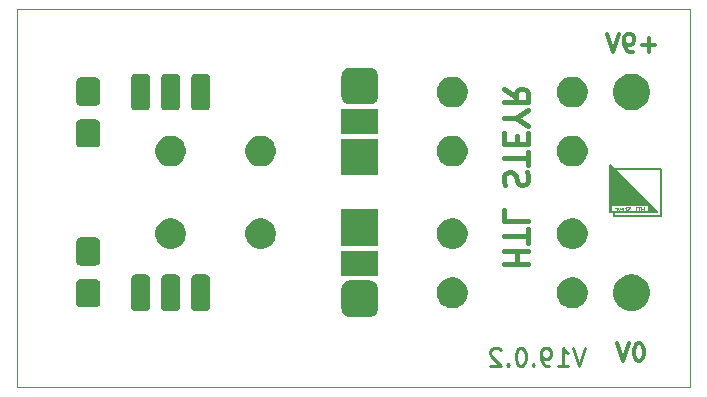
<source format=gbr>
G04 #@! TF.GenerationSoftware,KiCad,Pcbnew,5.1.5-52549c5~84~ubuntu18.04.1*
G04 #@! TF.CreationDate,2020-06-19T14:53:48+02:00*
G04 #@! TF.ProjectId,astabile-kippstufe,61737461-6269-46c6-952d-6b6970707374,V19.0.1*
G04 #@! TF.SameCoordinates,PX754d4c0PY5f5e100*
G04 #@! TF.FileFunction,Soldermask,Bot*
G04 #@! TF.FilePolarity,Negative*
%FSLAX46Y46*%
G04 Gerber Fmt 4.6, Leading zero omitted, Abs format (unit mm)*
G04 Created by KiCad (PCBNEW 5.1.5-52549c5~84~ubuntu18.04.1) date 2020-06-19 14:53:48*
%MOMM*%
%LPD*%
G04 APERTURE LIST*
%ADD10C,0.250000*%
%ADD11C,0.300000*%
%ADD12C,0.400000*%
%ADD13C,0.050000*%
%ADD14C,0.075000*%
%ADD15C,0.150000*%
%ADD16C,0.100000*%
G04 APERTURE END LIST*
D10*
X48071428Y3321429D02*
X47571428Y1821429D01*
X47071428Y3321429D01*
X45785714Y1821429D02*
X46642857Y1821429D01*
X46214285Y1821429D02*
X46214285Y3321429D01*
X46357142Y3107143D01*
X46500000Y2964286D01*
X46642857Y2892858D01*
X45071428Y1821429D02*
X44785714Y1821429D01*
X44642857Y1892858D01*
X44571428Y1964286D01*
X44428571Y2178572D01*
X44357142Y2464286D01*
X44357142Y3035715D01*
X44428571Y3178572D01*
X44500000Y3250000D01*
X44642857Y3321429D01*
X44928571Y3321429D01*
X45071428Y3250000D01*
X45142857Y3178572D01*
X45214285Y3035715D01*
X45214285Y2678572D01*
X45142857Y2535715D01*
X45071428Y2464286D01*
X44928571Y2392858D01*
X44642857Y2392858D01*
X44500000Y2464286D01*
X44428571Y2535715D01*
X44357142Y2678572D01*
X43714285Y1964286D02*
X43642857Y1892858D01*
X43714285Y1821429D01*
X43785714Y1892858D01*
X43714285Y1964286D01*
X43714285Y1821429D01*
X42714285Y3321429D02*
X42571428Y3321429D01*
X42428571Y3250000D01*
X42357142Y3178572D01*
X42285714Y3035715D01*
X42214285Y2750000D01*
X42214285Y2392858D01*
X42285714Y2107143D01*
X42357142Y1964286D01*
X42428571Y1892858D01*
X42571428Y1821429D01*
X42714285Y1821429D01*
X42857142Y1892858D01*
X42928571Y1964286D01*
X43000000Y2107143D01*
X43071428Y2392858D01*
X43071428Y2750000D01*
X43000000Y3035715D01*
X42928571Y3178572D01*
X42857142Y3250000D01*
X42714285Y3321429D01*
X41571428Y1964286D02*
X41500000Y1892858D01*
X41571428Y1821429D01*
X41642857Y1892858D01*
X41571428Y1964286D01*
X41571428Y1821429D01*
X40928571Y3178572D02*
X40857142Y3250000D01*
X40714285Y3321429D01*
X40357142Y3321429D01*
X40214285Y3250000D01*
X40142857Y3178572D01*
X40071428Y3035715D01*
X40071428Y2892858D01*
X40142857Y2678572D01*
X41000000Y1821429D01*
X40071428Y1821429D01*
D11*
X54028571Y28992858D02*
X52885714Y28992858D01*
X53457142Y28421429D02*
X53457142Y29564286D01*
X52100000Y28421429D02*
X51814285Y28421429D01*
X51671428Y28492858D01*
X51600000Y28564286D01*
X51457142Y28778572D01*
X51385714Y29064286D01*
X51385714Y29635715D01*
X51457142Y29778572D01*
X51528571Y29850000D01*
X51671428Y29921429D01*
X51957142Y29921429D01*
X52100000Y29850000D01*
X52171428Y29778572D01*
X52242857Y29635715D01*
X52242857Y29278572D01*
X52171428Y29135715D01*
X52100000Y29064286D01*
X51957142Y28992858D01*
X51671428Y28992858D01*
X51528571Y29064286D01*
X51457142Y29135715D01*
X51385714Y29278572D01*
X50957142Y29921429D02*
X50457142Y28421429D01*
X49957142Y29921429D01*
X52714285Y3721429D02*
X52571428Y3721429D01*
X52428571Y3650000D01*
X52357142Y3578572D01*
X52285714Y3435715D01*
X52214285Y3150000D01*
X52214285Y2792858D01*
X52285714Y2507143D01*
X52357142Y2364286D01*
X52428571Y2292858D01*
X52571428Y2221429D01*
X52714285Y2221429D01*
X52857142Y2292858D01*
X52928571Y2364286D01*
X53000000Y2507143D01*
X53071428Y2792858D01*
X53071428Y3150000D01*
X53000000Y3435715D01*
X52928571Y3578572D01*
X52857142Y3650000D01*
X52714285Y3721429D01*
X51785714Y3721429D02*
X51285714Y2221429D01*
X50785714Y3721429D01*
D12*
X41245238Y10419048D02*
X43245238Y10419048D01*
X42292857Y10419048D02*
X42292857Y11561905D01*
X41245238Y11561905D02*
X43245238Y11561905D01*
X43245238Y12228572D02*
X43245238Y13371429D01*
X41245238Y12800000D02*
X43245238Y12800000D01*
X41245238Y14990477D02*
X41245238Y14038096D01*
X43245238Y14038096D01*
X41340476Y17085715D02*
X41245238Y17371429D01*
X41245238Y17847620D01*
X41340476Y18038096D01*
X41435714Y18133334D01*
X41626190Y18228572D01*
X41816666Y18228572D01*
X42007142Y18133334D01*
X42102380Y18038096D01*
X42197619Y17847620D01*
X42292857Y17466667D01*
X42388095Y17276191D01*
X42483333Y17180953D01*
X42673809Y17085715D01*
X42864285Y17085715D01*
X43054761Y17180953D01*
X43150000Y17276191D01*
X43245238Y17466667D01*
X43245238Y17942858D01*
X43150000Y18228572D01*
X43245238Y18800000D02*
X43245238Y19942858D01*
X41245238Y19371429D02*
X43245238Y19371429D01*
X42292857Y20609524D02*
X42292857Y21276191D01*
X41245238Y21561905D02*
X41245238Y20609524D01*
X43245238Y20609524D01*
X43245238Y21561905D01*
X42197619Y22800000D02*
X41245238Y22800000D01*
X43245238Y22133334D02*
X42197619Y22800000D01*
X43245238Y23466667D01*
X41245238Y25276191D02*
X42197619Y24609524D01*
X41245238Y24133334D02*
X43245238Y24133334D01*
X43245238Y24895239D01*
X43150000Y25085715D01*
X43054761Y25180953D01*
X42864285Y25276191D01*
X42578571Y25276191D01*
X42388095Y25180953D01*
X42292857Y25085715D01*
X42197619Y24895239D01*
X42197619Y24133334D01*
D13*
X0Y0D02*
X0Y32000000D01*
X57000000Y0D02*
X0Y0D01*
X57000000Y8000000D02*
X57000000Y0D01*
X57000000Y8000000D02*
X57000000Y25000000D01*
X57000000Y32000000D02*
X0Y32000000D01*
X57000000Y25000000D02*
X57000000Y32000000D01*
D14*
X53031666Y14944667D02*
X53031666Y15294667D01*
X53031666Y15128000D02*
X52831666Y15128000D01*
X52831666Y14944667D02*
X52831666Y15294667D01*
X52715000Y15294667D02*
X52515000Y15294667D01*
X52615000Y14944667D02*
X52615000Y15294667D01*
X52231666Y14944667D02*
X52398333Y14944667D01*
X52398333Y15294667D01*
X51865000Y14961334D02*
X51815000Y14944667D01*
X51731666Y14944667D01*
X51698333Y14961334D01*
X51681666Y14978000D01*
X51665000Y15011334D01*
X51665000Y15044667D01*
X51681666Y15078000D01*
X51698333Y15094667D01*
X51731666Y15111334D01*
X51798333Y15128000D01*
X51831666Y15144667D01*
X51848333Y15161334D01*
X51865000Y15194667D01*
X51865000Y15228000D01*
X51848333Y15261334D01*
X51831666Y15278000D01*
X51798333Y15294667D01*
X51715000Y15294667D01*
X51665000Y15278000D01*
X51565000Y15178000D02*
X51431666Y15178000D01*
X51515000Y15294667D02*
X51515000Y14994667D01*
X51498333Y14961334D01*
X51465000Y14944667D01*
X51431666Y14944667D01*
X51181666Y14961334D02*
X51215000Y14944667D01*
X51281666Y14944667D01*
X51315000Y14961334D01*
X51331666Y14994667D01*
X51331666Y15128000D01*
X51315000Y15161334D01*
X51281666Y15178000D01*
X51215000Y15178000D01*
X51181666Y15161334D01*
X51165000Y15128000D01*
X51165000Y15094667D01*
X51331666Y15061334D01*
X51048333Y15178000D02*
X50965000Y14944667D01*
X50881666Y15178000D02*
X50965000Y14944667D01*
X50998333Y14861334D01*
X51015000Y14844667D01*
X51048333Y14828000D01*
X50748333Y14944667D02*
X50748333Y15178000D01*
X50748333Y15111334D02*
X50731666Y15144667D01*
X50715000Y15161334D01*
X50681666Y15178000D01*
X50648333Y15178000D01*
D15*
X50500000Y14500000D02*
X50500000Y14800000D01*
D14*
X53031666Y14944667D02*
X53031666Y15294667D01*
X53031666Y15128000D02*
X52831666Y15128000D01*
X52831666Y14944667D02*
X52831666Y15294667D01*
X52715000Y15294667D02*
X52515000Y15294667D01*
X52615000Y14944667D02*
X52615000Y15294667D01*
X52231666Y14944667D02*
X52398333Y14944667D01*
X52398333Y15294667D01*
X51865000Y14961334D02*
X51815000Y14944667D01*
X51731666Y14944667D01*
X51698333Y14961334D01*
X51681666Y14978000D01*
X51665000Y15011334D01*
X51665000Y15044667D01*
X51681666Y15078000D01*
X51698333Y15094667D01*
X51731666Y15111334D01*
X51798333Y15128000D01*
X51831666Y15144667D01*
X51848333Y15161334D01*
X51865000Y15194667D01*
X51865000Y15228000D01*
X51848333Y15261334D01*
X51831666Y15278000D01*
X51798333Y15294667D01*
X51715000Y15294667D01*
X51665000Y15278000D01*
X51565000Y15178000D02*
X51431666Y15178000D01*
X51515000Y15294667D02*
X51515000Y14994667D01*
X51498333Y14961334D01*
X51465000Y14944667D01*
X51431666Y14944667D01*
X51181666Y14961334D02*
X51215000Y14944667D01*
X51281666Y14944667D01*
X51315000Y14961334D01*
X51331666Y14994667D01*
X51331666Y15128000D01*
X51315000Y15161334D01*
X51281666Y15178000D01*
X51215000Y15178000D01*
X51181666Y15161334D01*
X51165000Y15128000D01*
X51165000Y15094667D01*
X51331666Y15061334D01*
X51048333Y15178000D02*
X50965000Y14944667D01*
X50881666Y15178000D02*
X50965000Y14944667D01*
X50998333Y14861334D01*
X51015000Y14844667D01*
X51048333Y14828000D01*
X50748333Y14944667D02*
X50748333Y15178000D01*
X50748333Y15111334D02*
X50731666Y15144667D01*
X50715000Y15161334D01*
X50681666Y15178000D01*
X50648333Y15178000D01*
X53031666Y14944667D02*
X53031666Y15294667D01*
X53031666Y15128000D02*
X52831666Y15128000D01*
X52831666Y14944667D02*
X52831666Y15294667D01*
X52715000Y15294667D02*
X52515000Y15294667D01*
X52615000Y14944667D02*
X52615000Y15294667D01*
X52231666Y14944667D02*
X52398333Y14944667D01*
X52398333Y15294667D01*
X51865000Y14961334D02*
X51815000Y14944667D01*
X51731666Y14944667D01*
X51698333Y14961334D01*
X51681666Y14978000D01*
X51665000Y15011334D01*
X51665000Y15044667D01*
X51681666Y15078000D01*
X51698333Y15094667D01*
X51731666Y15111334D01*
X51798333Y15128000D01*
X51831666Y15144667D01*
X51848333Y15161334D01*
X51865000Y15194667D01*
X51865000Y15228000D01*
X51848333Y15261334D01*
X51831666Y15278000D01*
X51798333Y15294667D01*
X51715000Y15294667D01*
X51665000Y15278000D01*
X51565000Y15178000D02*
X51431666Y15178000D01*
X51515000Y15294667D02*
X51515000Y14994667D01*
X51498333Y14961334D01*
X51465000Y14944667D01*
X51431666Y14944667D01*
X51181666Y14961334D02*
X51215000Y14944667D01*
X51281666Y14944667D01*
X51315000Y14961334D01*
X51331666Y14994667D01*
X51331666Y15128000D01*
X51315000Y15161334D01*
X51281666Y15178000D01*
X51215000Y15178000D01*
X51181666Y15161334D01*
X51165000Y15128000D01*
X51165000Y15094667D01*
X51331666Y15061334D01*
X51048333Y15178000D02*
X50965000Y14944667D01*
X50881666Y15178000D02*
X50965000Y14944667D01*
X50998333Y14861334D01*
X51015000Y14844667D01*
X51048333Y14828000D01*
X50748333Y14944667D02*
X50748333Y15178000D01*
X50748333Y15111334D02*
X50731666Y15144667D01*
X50715000Y15161334D01*
X50681666Y15178000D01*
X50648333Y15178000D01*
D15*
X50500000Y18500000D02*
X54500000Y18500000D01*
D14*
X53031666Y14944667D02*
X53031666Y15294667D01*
X53031666Y15128000D02*
X52831666Y15128000D01*
X52831666Y14944667D02*
X52831666Y15294667D01*
X52715000Y15294667D02*
X52515000Y15294667D01*
X52615000Y14944667D02*
X52615000Y15294667D01*
X52231666Y14944667D02*
X52398333Y14944667D01*
X52398333Y15294667D01*
X51865000Y14961334D02*
X51815000Y14944667D01*
X51731666Y14944667D01*
X51698333Y14961334D01*
X51681666Y14978000D01*
X51665000Y15011334D01*
X51665000Y15044667D01*
X51681666Y15078000D01*
X51698333Y15094667D01*
X51731666Y15111334D01*
X51798333Y15128000D01*
X51831666Y15144667D01*
X51848333Y15161334D01*
X51865000Y15194667D01*
X51865000Y15228000D01*
X51848333Y15261334D01*
X51831666Y15278000D01*
X51798333Y15294667D01*
X51715000Y15294667D01*
X51665000Y15278000D01*
X51565000Y15178000D02*
X51431666Y15178000D01*
X51515000Y15294667D02*
X51515000Y14994667D01*
X51498333Y14961334D01*
X51465000Y14944667D01*
X51431666Y14944667D01*
X51181666Y14961334D02*
X51215000Y14944667D01*
X51281666Y14944667D01*
X51315000Y14961334D01*
X51331666Y14994667D01*
X51331666Y15128000D01*
X51315000Y15161334D01*
X51281666Y15178000D01*
X51215000Y15178000D01*
X51181666Y15161334D01*
X51165000Y15128000D01*
X51165000Y15094667D01*
X51331666Y15061334D01*
X51048333Y15178000D02*
X50965000Y14944667D01*
X50881666Y15178000D02*
X50965000Y14944667D01*
X50998333Y14861334D01*
X51015000Y14844667D01*
X51048333Y14828000D01*
X50748333Y14944667D02*
X50748333Y15178000D01*
X50748333Y15111334D02*
X50731666Y15144667D01*
X50715000Y15161334D01*
X50681666Y15178000D01*
X50648333Y15178000D01*
D15*
X54500000Y18500000D02*
X54500000Y14500000D01*
D14*
X53031666Y14944667D02*
X53031666Y15294667D01*
X53031666Y15128000D02*
X52831666Y15128000D01*
X52831666Y14944667D02*
X52831666Y15294667D01*
X52715000Y15294667D02*
X52515000Y15294667D01*
X52615000Y14944667D02*
X52615000Y15294667D01*
X52231666Y14944667D02*
X52398333Y14944667D01*
X52398333Y15294667D01*
X51865000Y14961334D02*
X51815000Y14944667D01*
X51731666Y14944667D01*
X51698333Y14961334D01*
X51681666Y14978000D01*
X51665000Y15011334D01*
X51665000Y15044667D01*
X51681666Y15078000D01*
X51698333Y15094667D01*
X51731666Y15111334D01*
X51798333Y15128000D01*
X51831666Y15144667D01*
X51848333Y15161334D01*
X51865000Y15194667D01*
X51865000Y15228000D01*
X51848333Y15261334D01*
X51831666Y15278000D01*
X51798333Y15294667D01*
X51715000Y15294667D01*
X51665000Y15278000D01*
X51565000Y15178000D02*
X51431666Y15178000D01*
X51515000Y15294667D02*
X51515000Y14994667D01*
X51498333Y14961334D01*
X51465000Y14944667D01*
X51431666Y14944667D01*
X51181666Y14961334D02*
X51215000Y14944667D01*
X51281666Y14944667D01*
X51315000Y14961334D01*
X51331666Y14994667D01*
X51331666Y15128000D01*
X51315000Y15161334D01*
X51281666Y15178000D01*
X51215000Y15178000D01*
X51181666Y15161334D01*
X51165000Y15128000D01*
X51165000Y15094667D01*
X51331666Y15061334D01*
X51048333Y15178000D02*
X50965000Y14944667D01*
X50881666Y15178000D02*
X50965000Y14944667D01*
X50998333Y14861334D01*
X51015000Y14844667D01*
X51048333Y14828000D01*
X50748333Y14944667D02*
X50748333Y15178000D01*
X50748333Y15111334D02*
X50731666Y15144667D01*
X50715000Y15161334D01*
X50681666Y15178000D01*
X50648333Y15178000D01*
D15*
X54500000Y14500000D02*
X50500000Y14500000D01*
D14*
X53031666Y14944667D02*
X53031666Y15294667D01*
X53031666Y15128000D02*
X52831666Y15128000D01*
X52831666Y14944667D02*
X52831666Y15294667D01*
X52715000Y15294667D02*
X52515000Y15294667D01*
X52615000Y14944667D02*
X52615000Y15294667D01*
X52231666Y14944667D02*
X52398333Y14944667D01*
X52398333Y15294667D01*
X51865000Y14961334D02*
X51815000Y14944667D01*
X51731666Y14944667D01*
X51698333Y14961334D01*
X51681666Y14978000D01*
X51665000Y15011334D01*
X51665000Y15044667D01*
X51681666Y15078000D01*
X51698333Y15094667D01*
X51731666Y15111334D01*
X51798333Y15128000D01*
X51831666Y15144667D01*
X51848333Y15161334D01*
X51865000Y15194667D01*
X51865000Y15228000D01*
X51848333Y15261334D01*
X51831666Y15278000D01*
X51798333Y15294667D01*
X51715000Y15294667D01*
X51665000Y15278000D01*
X51565000Y15178000D02*
X51431666Y15178000D01*
X51515000Y15294667D02*
X51515000Y14994667D01*
X51498333Y14961334D01*
X51465000Y14944667D01*
X51431666Y14944667D01*
X51181666Y14961334D02*
X51215000Y14944667D01*
X51281666Y14944667D01*
X51315000Y14961334D01*
X51331666Y14994667D01*
X51331666Y15128000D01*
X51315000Y15161334D01*
X51281666Y15178000D01*
X51215000Y15178000D01*
X51181666Y15161334D01*
X51165000Y15128000D01*
X51165000Y15094667D01*
X51331666Y15061334D01*
X51048333Y15178000D02*
X50965000Y14944667D01*
X50881666Y15178000D02*
X50965000Y14944667D01*
X50998333Y14861334D01*
X51015000Y14844667D01*
X51048333Y14828000D01*
X50748333Y14944667D02*
X50748333Y15178000D01*
X50748333Y15111334D02*
X50731666Y15144667D01*
X50715000Y15161334D01*
X50681666Y15178000D01*
X50648333Y15178000D01*
D15*
G36*
X50200000Y18800000D02*
G01*
X50200000Y14800000D01*
X53500000Y14800000D01*
X50280000Y14800000D01*
X50280000Y15450000D01*
X53500000Y15450000D01*
X53500000Y14800000D01*
X54200000Y14800000D01*
X50200000Y18800000D01*
G37*
X50200000Y18800000D02*
X50200000Y14800000D01*
X53500000Y14800000D01*
X50280000Y14800000D01*
X50280000Y15450000D01*
X53500000Y15450000D01*
X53500000Y14800000D01*
X54200000Y14800000D01*
X50200000Y18800000D01*
D14*
X53031666Y14944667D02*
X53031666Y15294667D01*
X53031666Y15128000D02*
X52831666Y15128000D01*
X52831666Y14944667D02*
X52831666Y15294667D01*
X52715000Y15294667D02*
X52515000Y15294667D01*
X52615000Y14944667D02*
X52615000Y15294667D01*
X52231666Y14944667D02*
X52398333Y14944667D01*
X52398333Y15294667D01*
X51865000Y14961334D02*
X51815000Y14944667D01*
X51731666Y14944667D01*
X51698333Y14961334D01*
X51681666Y14978000D01*
X51665000Y15011334D01*
X51665000Y15044667D01*
X51681666Y15078000D01*
X51698333Y15094667D01*
X51731666Y15111334D01*
X51798333Y15128000D01*
X51831666Y15144667D01*
X51848333Y15161334D01*
X51865000Y15194667D01*
X51865000Y15228000D01*
X51848333Y15261334D01*
X51831666Y15278000D01*
X51798333Y15294667D01*
X51715000Y15294667D01*
X51665000Y15278000D01*
X51565000Y15178000D02*
X51431666Y15178000D01*
X51515000Y15294667D02*
X51515000Y14994667D01*
X51498333Y14961334D01*
X51465000Y14944667D01*
X51431666Y14944667D01*
X51181666Y14961334D02*
X51215000Y14944667D01*
X51281666Y14944667D01*
X51315000Y14961334D01*
X51331666Y14994667D01*
X51331666Y15128000D01*
X51315000Y15161334D01*
X51281666Y15178000D01*
X51215000Y15178000D01*
X51181666Y15161334D01*
X51165000Y15128000D01*
X51165000Y15094667D01*
X51331666Y15061334D01*
X51048333Y15178000D02*
X50965000Y14944667D01*
X50881666Y15178000D02*
X50965000Y14944667D01*
X50998333Y14861334D01*
X51015000Y14844667D01*
X51048333Y14828000D01*
X50748333Y14944667D02*
X50748333Y15178000D01*
X50748333Y15111334D02*
X50731666Y15144667D01*
X50715000Y15161334D01*
X50681666Y15178000D01*
X50648333Y15178000D01*
X53031666Y14944667D02*
X53031666Y15294667D01*
X53031666Y15128000D02*
X52831666Y15128000D01*
X52831666Y14944667D02*
X52831666Y15294667D01*
X52715000Y15294667D02*
X52515000Y15294667D01*
X52615000Y14944667D02*
X52615000Y15294667D01*
X52231666Y14944667D02*
X52398333Y14944667D01*
X52398333Y15294667D01*
X51865000Y14961334D02*
X51815000Y14944667D01*
X51731666Y14944667D01*
X51698333Y14961334D01*
X51681666Y14978000D01*
X51665000Y15011334D01*
X51665000Y15044667D01*
X51681666Y15078000D01*
X51698333Y15094667D01*
X51731666Y15111334D01*
X51798333Y15128000D01*
X51831666Y15144667D01*
X51848333Y15161334D01*
X51865000Y15194667D01*
X51865000Y15228000D01*
X51848333Y15261334D01*
X51831666Y15278000D01*
X51798333Y15294667D01*
X51715000Y15294667D01*
X51665000Y15278000D01*
X51565000Y15178000D02*
X51431666Y15178000D01*
X51515000Y15294667D02*
X51515000Y14994667D01*
X51498333Y14961334D01*
X51465000Y14944667D01*
X51431666Y14944667D01*
X51181666Y14961334D02*
X51215000Y14944667D01*
X51281666Y14944667D01*
X51315000Y14961334D01*
X51331666Y14994667D01*
X51331666Y15128000D01*
X51315000Y15161334D01*
X51281666Y15178000D01*
X51215000Y15178000D01*
X51181666Y15161334D01*
X51165000Y15128000D01*
X51165000Y15094667D01*
X51331666Y15061334D01*
X51048333Y15178000D02*
X50965000Y14944667D01*
X50881666Y15178000D02*
X50965000Y14944667D01*
X50998333Y14861334D01*
X51015000Y14844667D01*
X51048333Y14828000D01*
X50748333Y14944667D02*
X50748333Y15178000D01*
X50748333Y15111334D02*
X50731666Y15144667D01*
X50715000Y15161334D01*
X50681666Y15178000D01*
X50648333Y15178000D01*
X53031666Y14944667D02*
X53031666Y15294667D01*
X53031666Y15128000D02*
X52831666Y15128000D01*
X52831666Y14944667D02*
X52831666Y15294667D01*
X52715000Y15294667D02*
X52515000Y15294667D01*
X52615000Y14944667D02*
X52615000Y15294667D01*
X52231666Y14944667D02*
X52398333Y14944667D01*
X52398333Y15294667D01*
X51865000Y14961334D02*
X51815000Y14944667D01*
X51731666Y14944667D01*
X51698333Y14961334D01*
X51681666Y14978000D01*
X51665000Y15011334D01*
X51665000Y15044667D01*
X51681666Y15078000D01*
X51698333Y15094667D01*
X51731666Y15111334D01*
X51798333Y15128000D01*
X51831666Y15144667D01*
X51848333Y15161334D01*
X51865000Y15194667D01*
X51865000Y15228000D01*
X51848333Y15261334D01*
X51831666Y15278000D01*
X51798333Y15294667D01*
X51715000Y15294667D01*
X51665000Y15278000D01*
X51565000Y15178000D02*
X51431666Y15178000D01*
X51515000Y15294667D02*
X51515000Y14994667D01*
X51498333Y14961334D01*
X51465000Y14944667D01*
X51431666Y14944667D01*
X51181666Y14961334D02*
X51215000Y14944667D01*
X51281666Y14944667D01*
X51315000Y14961334D01*
X51331666Y14994667D01*
X51331666Y15128000D01*
X51315000Y15161334D01*
X51281666Y15178000D01*
X51215000Y15178000D01*
X51181666Y15161334D01*
X51165000Y15128000D01*
X51165000Y15094667D01*
X51331666Y15061334D01*
X51048333Y15178000D02*
X50965000Y14944667D01*
X50881666Y15178000D02*
X50965000Y14944667D01*
X50998333Y14861334D01*
X51015000Y14844667D01*
X51048333Y14828000D01*
X50748333Y14944667D02*
X50748333Y15178000D01*
X50748333Y15111334D02*
X50731666Y15144667D01*
X50715000Y15161334D01*
X50681666Y15178000D01*
X50648333Y15178000D01*
X53031666Y14944667D02*
X53031666Y15294667D01*
X53031666Y15128000D02*
X52831666Y15128000D01*
X52831666Y14944667D02*
X52831666Y15294667D01*
X52715000Y15294667D02*
X52515000Y15294667D01*
X52615000Y14944667D02*
X52615000Y15294667D01*
X52231666Y14944667D02*
X52398333Y14944667D01*
X52398333Y15294667D01*
X51865000Y14961334D02*
X51815000Y14944667D01*
X51731666Y14944667D01*
X51698333Y14961334D01*
X51681666Y14978000D01*
X51665000Y15011334D01*
X51665000Y15044667D01*
X51681666Y15078000D01*
X51698333Y15094667D01*
X51731666Y15111334D01*
X51798333Y15128000D01*
X51831666Y15144667D01*
X51848333Y15161334D01*
X51865000Y15194667D01*
X51865000Y15228000D01*
X51848333Y15261334D01*
X51831666Y15278000D01*
X51798333Y15294667D01*
X51715000Y15294667D01*
X51665000Y15278000D01*
X51565000Y15178000D02*
X51431666Y15178000D01*
X51515000Y15294667D02*
X51515000Y14994667D01*
X51498333Y14961334D01*
X51465000Y14944667D01*
X51431666Y14944667D01*
X51181666Y14961334D02*
X51215000Y14944667D01*
X51281666Y14944667D01*
X51315000Y14961334D01*
X51331666Y14994667D01*
X51331666Y15128000D01*
X51315000Y15161334D01*
X51281666Y15178000D01*
X51215000Y15178000D01*
X51181666Y15161334D01*
X51165000Y15128000D01*
X51165000Y15094667D01*
X51331666Y15061334D01*
X51048333Y15178000D02*
X50965000Y14944667D01*
X50881666Y15178000D02*
X50965000Y14944667D01*
X50998333Y14861334D01*
X51015000Y14844667D01*
X51048333Y14828000D01*
X50748333Y14944667D02*
X50748333Y15178000D01*
X50748333Y15111334D02*
X50731666Y15144667D01*
X50715000Y15161334D01*
X50681666Y15178000D01*
X50648333Y15178000D01*
X53031666Y14944667D02*
X53031666Y15294667D01*
X53031666Y15128000D02*
X52831666Y15128000D01*
X52831666Y14944667D02*
X52831666Y15294667D01*
X52715000Y15294667D02*
X52515000Y15294667D01*
X52615000Y14944667D02*
X52615000Y15294667D01*
X52231666Y14944667D02*
X52398333Y14944667D01*
X52398333Y15294667D01*
X51865000Y14961334D02*
X51815000Y14944667D01*
X51731666Y14944667D01*
X51698333Y14961334D01*
X51681666Y14978000D01*
X51665000Y15011334D01*
X51665000Y15044667D01*
X51681666Y15078000D01*
X51698333Y15094667D01*
X51731666Y15111334D01*
X51798333Y15128000D01*
X51831666Y15144667D01*
X51848333Y15161334D01*
X51865000Y15194667D01*
X51865000Y15228000D01*
X51848333Y15261334D01*
X51831666Y15278000D01*
X51798333Y15294667D01*
X51715000Y15294667D01*
X51665000Y15278000D01*
X51565000Y15178000D02*
X51431666Y15178000D01*
X51515000Y15294667D02*
X51515000Y14994667D01*
X51498333Y14961334D01*
X51465000Y14944667D01*
X51431666Y14944667D01*
X51181666Y14961334D02*
X51215000Y14944667D01*
X51281666Y14944667D01*
X51315000Y14961334D01*
X51331666Y14994667D01*
X51331666Y15128000D01*
X51315000Y15161334D01*
X51281666Y15178000D01*
X51215000Y15178000D01*
X51181666Y15161334D01*
X51165000Y15128000D01*
X51165000Y15094667D01*
X51331666Y15061334D01*
X51048333Y15178000D02*
X50965000Y14944667D01*
X50881666Y15178000D02*
X50965000Y14944667D01*
X50998333Y14861334D01*
X51015000Y14844667D01*
X51048333Y14828000D01*
X50748333Y14944667D02*
X50748333Y15178000D01*
X50748333Y15111334D02*
X50731666Y15144667D01*
X50715000Y15161334D01*
X50681666Y15178000D01*
X50648333Y15178000D01*
X53031666Y14944667D02*
X53031666Y15294667D01*
X53031666Y15128000D02*
X52831666Y15128000D01*
X52831666Y14944667D02*
X52831666Y15294667D01*
X52715000Y15294667D02*
X52515000Y15294667D01*
X52615000Y14944667D02*
X52615000Y15294667D01*
X52231666Y14944667D02*
X52398333Y14944667D01*
X52398333Y15294667D01*
X51865000Y14961334D02*
X51815000Y14944667D01*
X51731666Y14944667D01*
X51698333Y14961334D01*
X51681666Y14978000D01*
X51665000Y15011334D01*
X51665000Y15044667D01*
X51681666Y15078000D01*
X51698333Y15094667D01*
X51731666Y15111334D01*
X51798333Y15128000D01*
X51831666Y15144667D01*
X51848333Y15161334D01*
X51865000Y15194667D01*
X51865000Y15228000D01*
X51848333Y15261334D01*
X51831666Y15278000D01*
X51798333Y15294667D01*
X51715000Y15294667D01*
X51665000Y15278000D01*
X51565000Y15178000D02*
X51431666Y15178000D01*
X51515000Y15294667D02*
X51515000Y14994667D01*
X51498333Y14961334D01*
X51465000Y14944667D01*
X51431666Y14944667D01*
X51181666Y14961334D02*
X51215000Y14944667D01*
X51281666Y14944667D01*
X51315000Y14961334D01*
X51331666Y14994667D01*
X51331666Y15128000D01*
X51315000Y15161334D01*
X51281666Y15178000D01*
X51215000Y15178000D01*
X51181666Y15161334D01*
X51165000Y15128000D01*
X51165000Y15094667D01*
X51331666Y15061334D01*
X51048333Y15178000D02*
X50965000Y14944667D01*
X50881666Y15178000D02*
X50965000Y14944667D01*
X50998333Y14861334D01*
X51015000Y14844667D01*
X51048333Y14828000D01*
X50748333Y14944667D02*
X50748333Y15178000D01*
X50748333Y15111334D02*
X50731666Y15144667D01*
X50715000Y15161334D01*
X50681666Y15178000D01*
X50648333Y15178000D01*
D16*
G36*
X29976979Y9036707D02*
G01*
X30110625Y8996166D01*
X30233784Y8930336D01*
X30341740Y8841740D01*
X30430336Y8733784D01*
X30496166Y8610625D01*
X30536707Y8476979D01*
X30551000Y8331860D01*
X30551000Y6668140D01*
X30536707Y6523021D01*
X30496166Y6389375D01*
X30430336Y6266216D01*
X30341740Y6158260D01*
X30233784Y6069664D01*
X30110625Y6003834D01*
X29976979Y5963293D01*
X29831860Y5949000D01*
X28168140Y5949000D01*
X28023021Y5963293D01*
X27889375Y6003834D01*
X27766216Y6069664D01*
X27658260Y6158260D01*
X27569664Y6266216D01*
X27503834Y6389375D01*
X27463293Y6523021D01*
X27449000Y6668140D01*
X27449000Y8331860D01*
X27463293Y8476979D01*
X27503834Y8610625D01*
X27569664Y8733784D01*
X27658260Y8841740D01*
X27766216Y8930336D01*
X27889375Y8996166D01*
X28023021Y9036707D01*
X28168140Y9051000D01*
X29831860Y9051000D01*
X29976979Y9036707D01*
G37*
G36*
X52284909Y9524714D02*
G01*
X52452410Y9491396D01*
X52734674Y9374479D01*
X52988705Y9204741D01*
X53204741Y8988705D01*
X53374479Y8734674D01*
X53491396Y8452410D01*
X53551000Y8152760D01*
X53551000Y7847240D01*
X53491396Y7547590D01*
X53374479Y7265326D01*
X53204741Y7011295D01*
X52988705Y6795259D01*
X52734674Y6625521D01*
X52452410Y6508604D01*
X52306024Y6479486D01*
X52152761Y6449000D01*
X51847239Y6449000D01*
X51693976Y6479486D01*
X51547590Y6508604D01*
X51265326Y6625521D01*
X51011295Y6795259D01*
X50795259Y7011295D01*
X50625521Y7265326D01*
X50508604Y7547590D01*
X50449000Y7847240D01*
X50449000Y8152760D01*
X50508604Y8452410D01*
X50625521Y8734674D01*
X50795259Y8988705D01*
X51011295Y9204741D01*
X51265326Y9374479D01*
X51547590Y9491396D01*
X51715091Y9524714D01*
X51847239Y9551000D01*
X52152761Y9551000D01*
X52284909Y9524714D01*
G37*
G36*
X13528823Y9543913D02*
G01*
X13592111Y9524714D01*
X13650449Y9493532D01*
X13701575Y9451575D01*
X13743532Y9400449D01*
X13774714Y9342111D01*
X13793913Y9278823D01*
X13801000Y9206862D01*
X13801000Y6793138D01*
X13793913Y6721177D01*
X13774714Y6657889D01*
X13743532Y6599551D01*
X13701575Y6548425D01*
X13650449Y6506468D01*
X13592111Y6475286D01*
X13528823Y6456087D01*
X13456862Y6449000D01*
X12543138Y6449000D01*
X12471177Y6456087D01*
X12407889Y6475286D01*
X12349551Y6506468D01*
X12298425Y6548425D01*
X12256468Y6599551D01*
X12225286Y6657889D01*
X12206087Y6721177D01*
X12199000Y6793138D01*
X12199000Y9206862D01*
X12206087Y9278823D01*
X12225286Y9342111D01*
X12256468Y9400449D01*
X12298425Y9451575D01*
X12349551Y9493532D01*
X12407889Y9524714D01*
X12471177Y9543913D01*
X12543138Y9551000D01*
X13456862Y9551000D01*
X13528823Y9543913D01*
G37*
G36*
X16068823Y9543913D02*
G01*
X16132111Y9524714D01*
X16190449Y9493532D01*
X16241575Y9451575D01*
X16283532Y9400449D01*
X16314714Y9342111D01*
X16333913Y9278823D01*
X16341000Y9206862D01*
X16341000Y6793138D01*
X16333913Y6721177D01*
X16314714Y6657889D01*
X16283532Y6599551D01*
X16241575Y6548425D01*
X16190449Y6506468D01*
X16132111Y6475286D01*
X16068823Y6456087D01*
X15996862Y6449000D01*
X15083138Y6449000D01*
X15011177Y6456087D01*
X14947889Y6475286D01*
X14889551Y6506468D01*
X14838425Y6548425D01*
X14796468Y6599551D01*
X14765286Y6657889D01*
X14746087Y6721177D01*
X14739000Y6793138D01*
X14739000Y9206862D01*
X14746087Y9278823D01*
X14765286Y9342111D01*
X14796468Y9400449D01*
X14838425Y9451575D01*
X14889551Y9493532D01*
X14947889Y9524714D01*
X15011177Y9543913D01*
X15083138Y9551000D01*
X15996862Y9551000D01*
X16068823Y9543913D01*
G37*
G36*
X10988823Y9543913D02*
G01*
X11052111Y9524714D01*
X11110449Y9493532D01*
X11161575Y9451575D01*
X11203532Y9400449D01*
X11234714Y9342111D01*
X11253913Y9278823D01*
X11261000Y9206862D01*
X11261000Y6793138D01*
X11253913Y6721177D01*
X11234714Y6657889D01*
X11203532Y6599551D01*
X11161575Y6548425D01*
X11110449Y6506468D01*
X11052111Y6475286D01*
X10988823Y6456087D01*
X10916862Y6449000D01*
X10003138Y6449000D01*
X9931177Y6456087D01*
X9867889Y6475286D01*
X9809551Y6506468D01*
X9758425Y6548425D01*
X9716468Y6599551D01*
X9685286Y6657889D01*
X9666087Y6721177D01*
X9659000Y6793138D01*
X9659000Y9206862D01*
X9666087Y9278823D01*
X9685286Y9342111D01*
X9716468Y9400449D01*
X9758425Y9451575D01*
X9809551Y9493532D01*
X9867889Y9524714D01*
X9931177Y9543913D01*
X10003138Y9551000D01*
X10916862Y9551000D01*
X10988823Y9543913D01*
G37*
G36*
X37219487Y9251004D02*
G01*
X37436775Y9161000D01*
X37456255Y9152931D01*
X37561707Y9082470D01*
X37669339Y9010553D01*
X37850553Y8829339D01*
X37992932Y8616253D01*
X38091004Y8379487D01*
X38141000Y8128139D01*
X38141000Y7871861D01*
X38091004Y7620513D01*
X38060798Y7547590D01*
X37992931Y7383745D01*
X37850553Y7170661D01*
X37669339Y6989447D01*
X37456255Y6847069D01*
X37456254Y6847068D01*
X37456253Y6847068D01*
X37219487Y6748996D01*
X36968139Y6699000D01*
X36711861Y6699000D01*
X36460513Y6748996D01*
X36223747Y6847068D01*
X36223746Y6847068D01*
X36223745Y6847069D01*
X36010661Y6989447D01*
X35829447Y7170661D01*
X35687069Y7383745D01*
X35619202Y7547590D01*
X35588996Y7620513D01*
X35539000Y7871861D01*
X35539000Y8128139D01*
X35588996Y8379487D01*
X35687068Y8616253D01*
X35829447Y8829339D01*
X36010661Y9010553D01*
X36118293Y9082470D01*
X36223745Y9152931D01*
X36243225Y9161000D01*
X36460513Y9251004D01*
X36711861Y9301000D01*
X36968139Y9301000D01*
X37219487Y9251004D01*
G37*
G36*
X47379487Y9251004D02*
G01*
X47596775Y9161000D01*
X47616255Y9152931D01*
X47721707Y9082470D01*
X47829339Y9010553D01*
X48010553Y8829339D01*
X48152932Y8616253D01*
X48251004Y8379487D01*
X48301000Y8128139D01*
X48301000Y7871861D01*
X48251004Y7620513D01*
X48220798Y7547590D01*
X48152931Y7383745D01*
X48010553Y7170661D01*
X47829339Y6989447D01*
X47616255Y6847069D01*
X47616254Y6847068D01*
X47616253Y6847068D01*
X47379487Y6748996D01*
X47128139Y6699000D01*
X46871861Y6699000D01*
X46620513Y6748996D01*
X46383747Y6847068D01*
X46383746Y6847068D01*
X46383745Y6847069D01*
X46170661Y6989447D01*
X45989447Y7170661D01*
X45847069Y7383745D01*
X45779202Y7547590D01*
X45748996Y7620513D01*
X45699000Y7871861D01*
X45699000Y8128139D01*
X45748996Y8379487D01*
X45847068Y8616253D01*
X45989447Y8829339D01*
X46170661Y9010553D01*
X46278293Y9082470D01*
X46383745Y9152931D01*
X46403225Y9161000D01*
X46620513Y9251004D01*
X46871861Y9301000D01*
X47128139Y9301000D01*
X47379487Y9251004D01*
G37*
G36*
X6678210Y9151511D02*
G01*
X6764950Y9125198D01*
X6844889Y9082470D01*
X6914962Y9024962D01*
X6972470Y8954889D01*
X7015198Y8874950D01*
X7041511Y8788210D01*
X7051000Y8691860D01*
X7051000Y7228140D01*
X7041511Y7131790D01*
X7015198Y7045050D01*
X6972470Y6965111D01*
X6914962Y6895038D01*
X6844889Y6837530D01*
X6764950Y6794802D01*
X6678210Y6768489D01*
X6581860Y6759000D01*
X5418140Y6759000D01*
X5321790Y6768489D01*
X5235050Y6794802D01*
X5155111Y6837530D01*
X5085038Y6895038D01*
X5027530Y6965111D01*
X4984802Y7045050D01*
X4958489Y7131790D01*
X4949000Y7228140D01*
X4949000Y8691860D01*
X4958489Y8788210D01*
X4984802Y8874950D01*
X5027530Y8954889D01*
X5085038Y9024962D01*
X5155111Y9082470D01*
X5235050Y9125198D01*
X5321790Y9151511D01*
X5418140Y9161000D01*
X6581860Y9161000D01*
X6678210Y9151511D01*
G37*
G36*
X30551000Y9449000D02*
G01*
X27449000Y9449000D01*
X27449000Y11551000D01*
X30551000Y11551000D01*
X30551000Y9449000D01*
G37*
G36*
X6678210Y12691511D02*
G01*
X6764950Y12665198D01*
X6844889Y12622470D01*
X6914962Y12564962D01*
X6972470Y12494889D01*
X7015198Y12414950D01*
X7041511Y12328210D01*
X7051000Y12231860D01*
X7051000Y10768140D01*
X7041511Y10671790D01*
X7015198Y10585050D01*
X6972470Y10505111D01*
X6914962Y10435038D01*
X6844889Y10377530D01*
X6764950Y10334802D01*
X6678210Y10308489D01*
X6581860Y10299000D01*
X5418140Y10299000D01*
X5321790Y10308489D01*
X5235050Y10334802D01*
X5155111Y10377530D01*
X5085038Y10435038D01*
X5027530Y10505111D01*
X4984802Y10585050D01*
X4958489Y10671790D01*
X4949000Y10768140D01*
X4949000Y12231860D01*
X4958489Y12328210D01*
X4984802Y12414950D01*
X5027530Y12494889D01*
X5085038Y12564962D01*
X5155111Y12622470D01*
X5235050Y12665198D01*
X5321790Y12691511D01*
X5418140Y12701000D01*
X6581860Y12701000D01*
X6678210Y12691511D01*
G37*
G36*
X13379487Y14251004D02*
G01*
X13616253Y14152932D01*
X13616255Y14152931D01*
X13829339Y14010553D01*
X14010553Y13829339D01*
X14152932Y13616253D01*
X14251004Y13379487D01*
X14301000Y13128139D01*
X14301000Y12871861D01*
X14251004Y12620513D01*
X14187604Y12467452D01*
X14152931Y12383745D01*
X14010553Y12170661D01*
X13829339Y11989447D01*
X13616255Y11847069D01*
X13616254Y11847068D01*
X13616253Y11847068D01*
X13379487Y11748996D01*
X13128139Y11699000D01*
X12871861Y11699000D01*
X12620513Y11748996D01*
X12383747Y11847068D01*
X12383746Y11847068D01*
X12383745Y11847069D01*
X12170661Y11989447D01*
X11989447Y12170661D01*
X11847069Y12383745D01*
X11812396Y12467452D01*
X11748996Y12620513D01*
X11699000Y12871861D01*
X11699000Y13128139D01*
X11748996Y13379487D01*
X11847068Y13616253D01*
X11989447Y13829339D01*
X12170661Y14010553D01*
X12383745Y14152931D01*
X12383747Y14152932D01*
X12620513Y14251004D01*
X12871861Y14301000D01*
X13128139Y14301000D01*
X13379487Y14251004D01*
G37*
G36*
X20999487Y14251004D02*
G01*
X21236253Y14152932D01*
X21236255Y14152931D01*
X21449339Y14010553D01*
X21630553Y13829339D01*
X21772932Y13616253D01*
X21871004Y13379487D01*
X21921000Y13128139D01*
X21921000Y12871861D01*
X21871004Y12620513D01*
X21807604Y12467452D01*
X21772931Y12383745D01*
X21630553Y12170661D01*
X21449339Y11989447D01*
X21236255Y11847069D01*
X21236254Y11847068D01*
X21236253Y11847068D01*
X20999487Y11748996D01*
X20748139Y11699000D01*
X20491861Y11699000D01*
X20240513Y11748996D01*
X20003747Y11847068D01*
X20003746Y11847068D01*
X20003745Y11847069D01*
X19790661Y11989447D01*
X19609447Y12170661D01*
X19467069Y12383745D01*
X19432396Y12467452D01*
X19368996Y12620513D01*
X19319000Y12871861D01*
X19319000Y13128139D01*
X19368996Y13379487D01*
X19467068Y13616253D01*
X19609447Y13829339D01*
X19790661Y14010553D01*
X20003745Y14152931D01*
X20003747Y14152932D01*
X20240513Y14251004D01*
X20491861Y14301000D01*
X20748139Y14301000D01*
X20999487Y14251004D01*
G37*
G36*
X37219487Y14251004D02*
G01*
X37456253Y14152932D01*
X37456255Y14152931D01*
X37669339Y14010553D01*
X37850553Y13829339D01*
X37992932Y13616253D01*
X38091004Y13379487D01*
X38141000Y13128139D01*
X38141000Y12871861D01*
X38091004Y12620513D01*
X38027604Y12467452D01*
X37992931Y12383745D01*
X37850553Y12170661D01*
X37669339Y11989447D01*
X37456255Y11847069D01*
X37456254Y11847068D01*
X37456253Y11847068D01*
X37219487Y11748996D01*
X36968139Y11699000D01*
X36711861Y11699000D01*
X36460513Y11748996D01*
X36223747Y11847068D01*
X36223746Y11847068D01*
X36223745Y11847069D01*
X36010661Y11989447D01*
X35829447Y12170661D01*
X35687069Y12383745D01*
X35652396Y12467452D01*
X35588996Y12620513D01*
X35539000Y12871861D01*
X35539000Y13128139D01*
X35588996Y13379487D01*
X35687068Y13616253D01*
X35829447Y13829339D01*
X36010661Y14010553D01*
X36223745Y14152931D01*
X36223747Y14152932D01*
X36460513Y14251004D01*
X36711861Y14301000D01*
X36968139Y14301000D01*
X37219487Y14251004D01*
G37*
G36*
X47379487Y14251004D02*
G01*
X47616253Y14152932D01*
X47616255Y14152931D01*
X47829339Y14010553D01*
X48010553Y13829339D01*
X48152932Y13616253D01*
X48251004Y13379487D01*
X48301000Y13128139D01*
X48301000Y12871861D01*
X48251004Y12620513D01*
X48187604Y12467452D01*
X48152931Y12383745D01*
X48010553Y12170661D01*
X47829339Y11989447D01*
X47616255Y11847069D01*
X47616254Y11847068D01*
X47616253Y11847068D01*
X47379487Y11748996D01*
X47128139Y11699000D01*
X46871861Y11699000D01*
X46620513Y11748996D01*
X46383747Y11847068D01*
X46383746Y11847068D01*
X46383745Y11847069D01*
X46170661Y11989447D01*
X45989447Y12170661D01*
X45847069Y12383745D01*
X45812396Y12467452D01*
X45748996Y12620513D01*
X45699000Y12871861D01*
X45699000Y13128139D01*
X45748996Y13379487D01*
X45847068Y13616253D01*
X45989447Y13829339D01*
X46170661Y14010553D01*
X46383745Y14152931D01*
X46383747Y14152932D01*
X46620513Y14251004D01*
X46871861Y14301000D01*
X47128139Y14301000D01*
X47379487Y14251004D01*
G37*
G36*
X30551000Y11949000D02*
G01*
X27449000Y11949000D01*
X27449000Y15051000D01*
X30551000Y15051000D01*
X30551000Y11949000D01*
G37*
G36*
X30551000Y17949000D02*
G01*
X27449000Y17949000D01*
X27449000Y21051000D01*
X30551000Y21051000D01*
X30551000Y17949000D01*
G37*
G36*
X37219487Y21251004D02*
G01*
X37456253Y21152932D01*
X37456255Y21152931D01*
X37669339Y21010553D01*
X37850553Y20829339D01*
X37955824Y20671790D01*
X37992932Y20616253D01*
X38091004Y20379487D01*
X38141000Y20128139D01*
X38141000Y19871861D01*
X38091004Y19620513D01*
X37992932Y19383747D01*
X37992931Y19383745D01*
X37850553Y19170661D01*
X37669339Y18989447D01*
X37456255Y18847069D01*
X37456254Y18847068D01*
X37456253Y18847068D01*
X37219487Y18748996D01*
X36968139Y18699000D01*
X36711861Y18699000D01*
X36460513Y18748996D01*
X36223747Y18847068D01*
X36223746Y18847068D01*
X36223745Y18847069D01*
X36010661Y18989447D01*
X35829447Y19170661D01*
X35687069Y19383745D01*
X35687068Y19383747D01*
X35588996Y19620513D01*
X35539000Y19871861D01*
X35539000Y20128139D01*
X35588996Y20379487D01*
X35687068Y20616253D01*
X35724177Y20671790D01*
X35829447Y20829339D01*
X36010661Y21010553D01*
X36223745Y21152931D01*
X36223747Y21152932D01*
X36460513Y21251004D01*
X36711861Y21301000D01*
X36968139Y21301000D01*
X37219487Y21251004D01*
G37*
G36*
X47379487Y21251004D02*
G01*
X47616253Y21152932D01*
X47616255Y21152931D01*
X47829339Y21010553D01*
X48010553Y20829339D01*
X48115824Y20671790D01*
X48152932Y20616253D01*
X48251004Y20379487D01*
X48301000Y20128139D01*
X48301000Y19871861D01*
X48251004Y19620513D01*
X48152932Y19383747D01*
X48152931Y19383745D01*
X48010553Y19170661D01*
X47829339Y18989447D01*
X47616255Y18847069D01*
X47616254Y18847068D01*
X47616253Y18847068D01*
X47379487Y18748996D01*
X47128139Y18699000D01*
X46871861Y18699000D01*
X46620513Y18748996D01*
X46383747Y18847068D01*
X46383746Y18847068D01*
X46383745Y18847069D01*
X46170661Y18989447D01*
X45989447Y19170661D01*
X45847069Y19383745D01*
X45847068Y19383747D01*
X45748996Y19620513D01*
X45699000Y19871861D01*
X45699000Y20128139D01*
X45748996Y20379487D01*
X45847068Y20616253D01*
X45884177Y20671790D01*
X45989447Y20829339D01*
X46170661Y21010553D01*
X46383745Y21152931D01*
X46383747Y21152932D01*
X46620513Y21251004D01*
X46871861Y21301000D01*
X47128139Y21301000D01*
X47379487Y21251004D01*
G37*
G36*
X20999487Y21251004D02*
G01*
X21236253Y21152932D01*
X21236255Y21152931D01*
X21449339Y21010553D01*
X21630553Y20829339D01*
X21735824Y20671790D01*
X21772932Y20616253D01*
X21871004Y20379487D01*
X21921000Y20128139D01*
X21921000Y19871861D01*
X21871004Y19620513D01*
X21772932Y19383747D01*
X21772931Y19383745D01*
X21630553Y19170661D01*
X21449339Y18989447D01*
X21236255Y18847069D01*
X21236254Y18847068D01*
X21236253Y18847068D01*
X20999487Y18748996D01*
X20748139Y18699000D01*
X20491861Y18699000D01*
X20240513Y18748996D01*
X20003747Y18847068D01*
X20003746Y18847068D01*
X20003745Y18847069D01*
X19790661Y18989447D01*
X19609447Y19170661D01*
X19467069Y19383745D01*
X19467068Y19383747D01*
X19368996Y19620513D01*
X19319000Y19871861D01*
X19319000Y20128139D01*
X19368996Y20379487D01*
X19467068Y20616253D01*
X19504177Y20671790D01*
X19609447Y20829339D01*
X19790661Y21010553D01*
X20003745Y21152931D01*
X20003747Y21152932D01*
X20240513Y21251004D01*
X20491861Y21301000D01*
X20748139Y21301000D01*
X20999487Y21251004D01*
G37*
G36*
X13379487Y21251004D02*
G01*
X13616253Y21152932D01*
X13616255Y21152931D01*
X13829339Y21010553D01*
X14010553Y20829339D01*
X14115824Y20671790D01*
X14152932Y20616253D01*
X14251004Y20379487D01*
X14301000Y20128139D01*
X14301000Y19871861D01*
X14251004Y19620513D01*
X14152932Y19383747D01*
X14152931Y19383745D01*
X14010553Y19170661D01*
X13829339Y18989447D01*
X13616255Y18847069D01*
X13616254Y18847068D01*
X13616253Y18847068D01*
X13379487Y18748996D01*
X13128139Y18699000D01*
X12871861Y18699000D01*
X12620513Y18748996D01*
X12383747Y18847068D01*
X12383746Y18847068D01*
X12383745Y18847069D01*
X12170661Y18989447D01*
X11989447Y19170661D01*
X11847069Y19383745D01*
X11847068Y19383747D01*
X11748996Y19620513D01*
X11699000Y19871861D01*
X11699000Y20128139D01*
X11748996Y20379487D01*
X11847068Y20616253D01*
X11884177Y20671790D01*
X11989447Y20829339D01*
X12170661Y21010553D01*
X12383745Y21152931D01*
X12383747Y21152932D01*
X12620513Y21251004D01*
X12871861Y21301000D01*
X13128139Y21301000D01*
X13379487Y21251004D01*
G37*
G36*
X6678210Y22691511D02*
G01*
X6764950Y22665198D01*
X6844889Y22622470D01*
X6914962Y22564962D01*
X6972470Y22494889D01*
X7015198Y22414950D01*
X7041511Y22328210D01*
X7051000Y22231860D01*
X7051000Y20768140D01*
X7041511Y20671790D01*
X7015198Y20585050D01*
X6972470Y20505111D01*
X6914962Y20435038D01*
X6844889Y20377530D01*
X6764950Y20334802D01*
X6678210Y20308489D01*
X6581860Y20299000D01*
X5418140Y20299000D01*
X5321790Y20308489D01*
X5235050Y20334802D01*
X5155111Y20377530D01*
X5085038Y20435038D01*
X5027530Y20505111D01*
X4984802Y20585050D01*
X4958489Y20671790D01*
X4949000Y20768140D01*
X4949000Y22231860D01*
X4958489Y22328210D01*
X4984802Y22414950D01*
X5027530Y22494889D01*
X5085038Y22564962D01*
X5155111Y22622470D01*
X5235050Y22665198D01*
X5321790Y22691511D01*
X5418140Y22701000D01*
X6581860Y22701000D01*
X6678210Y22691511D01*
G37*
G36*
X30551000Y21449000D02*
G01*
X27449000Y21449000D01*
X27449000Y23551000D01*
X30551000Y23551000D01*
X30551000Y21449000D01*
G37*
G36*
X13528823Y26543913D02*
G01*
X13592111Y26524714D01*
X13650449Y26493532D01*
X13701575Y26451575D01*
X13743532Y26400449D01*
X13774714Y26342111D01*
X13793913Y26278823D01*
X13801000Y26206862D01*
X13801000Y23793138D01*
X13793913Y23721177D01*
X13774714Y23657889D01*
X13743532Y23599551D01*
X13701575Y23548425D01*
X13650449Y23506468D01*
X13592111Y23475286D01*
X13528823Y23456087D01*
X13456862Y23449000D01*
X12543138Y23449000D01*
X12471177Y23456087D01*
X12407889Y23475286D01*
X12349551Y23506468D01*
X12298425Y23548425D01*
X12256468Y23599551D01*
X12225286Y23657889D01*
X12206087Y23721177D01*
X12199000Y23793138D01*
X12199000Y26206862D01*
X12206087Y26278823D01*
X12225286Y26342111D01*
X12256468Y26400449D01*
X12298425Y26451575D01*
X12349551Y26493532D01*
X12407889Y26524714D01*
X12471177Y26543913D01*
X12543138Y26551000D01*
X13456862Y26551000D01*
X13528823Y26543913D01*
G37*
G36*
X52284909Y26524714D02*
G01*
X52452410Y26491396D01*
X52734674Y26374479D01*
X52988705Y26204741D01*
X53204741Y25988705D01*
X53374479Y25734674D01*
X53491396Y25452410D01*
X53551000Y25152760D01*
X53551000Y24847240D01*
X53491396Y24547590D01*
X53374479Y24265326D01*
X53204741Y24011295D01*
X52988705Y23795259D01*
X52734674Y23625521D01*
X52452410Y23508604D01*
X52306024Y23479486D01*
X52152761Y23449000D01*
X51847239Y23449000D01*
X51693976Y23479486D01*
X51547590Y23508604D01*
X51265326Y23625521D01*
X51011295Y23795259D01*
X50795259Y24011295D01*
X50625521Y24265326D01*
X50508604Y24547590D01*
X50449000Y24847240D01*
X50449000Y25152760D01*
X50508604Y25452410D01*
X50625521Y25734674D01*
X50795259Y25988705D01*
X51011295Y26204741D01*
X51265326Y26374479D01*
X51547590Y26491396D01*
X51715091Y26524714D01*
X51847239Y26551000D01*
X52152761Y26551000D01*
X52284909Y26524714D01*
G37*
G36*
X10988823Y26543913D02*
G01*
X11052111Y26524714D01*
X11110449Y26493532D01*
X11161575Y26451575D01*
X11203532Y26400449D01*
X11234714Y26342111D01*
X11253913Y26278823D01*
X11261000Y26206862D01*
X11261000Y23793138D01*
X11253913Y23721177D01*
X11234714Y23657889D01*
X11203532Y23599551D01*
X11161575Y23548425D01*
X11110449Y23506468D01*
X11052111Y23475286D01*
X10988823Y23456087D01*
X10916862Y23449000D01*
X10003138Y23449000D01*
X9931177Y23456087D01*
X9867889Y23475286D01*
X9809551Y23506468D01*
X9758425Y23548425D01*
X9716468Y23599551D01*
X9685286Y23657889D01*
X9666087Y23721177D01*
X9659000Y23793138D01*
X9659000Y26206862D01*
X9666087Y26278823D01*
X9685286Y26342111D01*
X9716468Y26400449D01*
X9758425Y26451575D01*
X9809551Y26493532D01*
X9867889Y26524714D01*
X9931177Y26543913D01*
X10003138Y26551000D01*
X10916862Y26551000D01*
X10988823Y26543913D01*
G37*
G36*
X16068823Y26543913D02*
G01*
X16132111Y26524714D01*
X16190449Y26493532D01*
X16241575Y26451575D01*
X16283532Y26400449D01*
X16314714Y26342111D01*
X16333913Y26278823D01*
X16341000Y26206862D01*
X16341000Y23793138D01*
X16333913Y23721177D01*
X16314714Y23657889D01*
X16283532Y23599551D01*
X16241575Y23548425D01*
X16190449Y23506468D01*
X16132111Y23475286D01*
X16068823Y23456087D01*
X15996862Y23449000D01*
X15083138Y23449000D01*
X15011177Y23456087D01*
X14947889Y23475286D01*
X14889551Y23506468D01*
X14838425Y23548425D01*
X14796468Y23599551D01*
X14765286Y23657889D01*
X14746087Y23721177D01*
X14739000Y23793138D01*
X14739000Y26206862D01*
X14746087Y26278823D01*
X14765286Y26342111D01*
X14796468Y26400449D01*
X14838425Y26451575D01*
X14889551Y26493532D01*
X14947889Y26524714D01*
X15011177Y26543913D01*
X15083138Y26551000D01*
X15996862Y26551000D01*
X16068823Y26543913D01*
G37*
G36*
X37219487Y26251004D02*
G01*
X37433226Y26162470D01*
X37456255Y26152931D01*
X37669339Y26010553D01*
X37850553Y25829339D01*
X37992932Y25616253D01*
X38091004Y25379487D01*
X38141000Y25128139D01*
X38141000Y24871861D01*
X38091004Y24620513D01*
X38060798Y24547590D01*
X37992931Y24383745D01*
X37850553Y24170661D01*
X37669339Y23989447D01*
X37456255Y23847069D01*
X37456254Y23847068D01*
X37456253Y23847068D01*
X37219487Y23748996D01*
X36968139Y23699000D01*
X36711861Y23699000D01*
X36460513Y23748996D01*
X36223747Y23847068D01*
X36223746Y23847068D01*
X36223745Y23847069D01*
X36010661Y23989447D01*
X35829447Y24170661D01*
X35687069Y24383745D01*
X35619202Y24547590D01*
X35588996Y24620513D01*
X35539000Y24871861D01*
X35539000Y25128139D01*
X35588996Y25379487D01*
X35687068Y25616253D01*
X35829447Y25829339D01*
X36010661Y26010553D01*
X36223745Y26152931D01*
X36246774Y26162470D01*
X36460513Y26251004D01*
X36711861Y26301000D01*
X36968139Y26301000D01*
X37219487Y26251004D01*
G37*
G36*
X47379487Y26251004D02*
G01*
X47593226Y26162470D01*
X47616255Y26152931D01*
X47829339Y26010553D01*
X48010553Y25829339D01*
X48152932Y25616253D01*
X48251004Y25379487D01*
X48301000Y25128139D01*
X48301000Y24871861D01*
X48251004Y24620513D01*
X48220798Y24547590D01*
X48152931Y24383745D01*
X48010553Y24170661D01*
X47829339Y23989447D01*
X47616255Y23847069D01*
X47616254Y23847068D01*
X47616253Y23847068D01*
X47379487Y23748996D01*
X47128139Y23699000D01*
X46871861Y23699000D01*
X46620513Y23748996D01*
X46383747Y23847068D01*
X46383746Y23847068D01*
X46383745Y23847069D01*
X46170661Y23989447D01*
X45989447Y24170661D01*
X45847069Y24383745D01*
X45779202Y24547590D01*
X45748996Y24620513D01*
X45699000Y24871861D01*
X45699000Y25128139D01*
X45748996Y25379487D01*
X45847068Y25616253D01*
X45989447Y25829339D01*
X46170661Y26010553D01*
X46383745Y26152931D01*
X46406774Y26162470D01*
X46620513Y26251004D01*
X46871861Y26301000D01*
X47128139Y26301000D01*
X47379487Y26251004D01*
G37*
G36*
X6678210Y26231511D02*
G01*
X6764950Y26205198D01*
X6844889Y26162470D01*
X6914962Y26104962D01*
X6972470Y26034889D01*
X7015198Y25954950D01*
X7041511Y25868210D01*
X7051000Y25771860D01*
X7051000Y24308140D01*
X7041511Y24211790D01*
X7015198Y24125050D01*
X6972470Y24045111D01*
X6914962Y23975038D01*
X6844889Y23917530D01*
X6764950Y23874802D01*
X6678210Y23848489D01*
X6581860Y23839000D01*
X5418140Y23839000D01*
X5321790Y23848489D01*
X5235050Y23874802D01*
X5155111Y23917530D01*
X5085038Y23975038D01*
X5027530Y24045111D01*
X4984802Y24125050D01*
X4958489Y24211790D01*
X4949000Y24308140D01*
X4949000Y25771860D01*
X4958489Y25868210D01*
X4984802Y25954950D01*
X5027530Y26034889D01*
X5085038Y26104962D01*
X5155111Y26162470D01*
X5235050Y26205198D01*
X5321790Y26231511D01*
X5418140Y26241000D01*
X6581860Y26241000D01*
X6678210Y26231511D01*
G37*
G36*
X29976979Y27036707D02*
G01*
X30110625Y26996166D01*
X30233784Y26930336D01*
X30341740Y26841740D01*
X30430336Y26733784D01*
X30496166Y26610625D01*
X30536707Y26476979D01*
X30551000Y26331860D01*
X30551000Y24668140D01*
X30536707Y24523021D01*
X30496166Y24389375D01*
X30430336Y24266216D01*
X30341740Y24158260D01*
X30233784Y24069664D01*
X30110625Y24003834D01*
X29976979Y23963293D01*
X29831860Y23949000D01*
X28168140Y23949000D01*
X28023021Y23963293D01*
X27889375Y24003834D01*
X27766216Y24069664D01*
X27658260Y24158260D01*
X27569664Y24266216D01*
X27503834Y24389375D01*
X27463293Y24523021D01*
X27449000Y24668140D01*
X27449000Y26331860D01*
X27463293Y26476979D01*
X27503834Y26610625D01*
X27569664Y26733784D01*
X27658260Y26841740D01*
X27766216Y26930336D01*
X27889375Y26996166D01*
X28023021Y27036707D01*
X28168140Y27051000D01*
X29831860Y27051000D01*
X29976979Y27036707D01*
G37*
M02*

</source>
